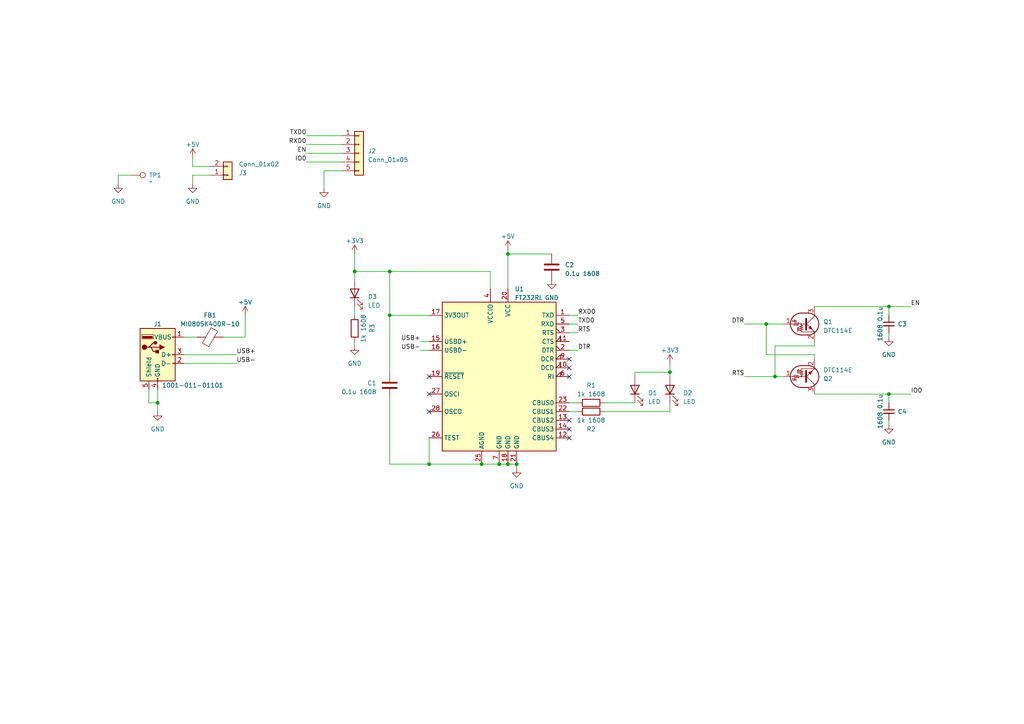
<source format=kicad_sch>
(kicad_sch (version 20230121) (generator eeschema)
  (paper "A4")
  (lib_symbols
    (symbol "Connector:TestPoint" (pin_numbers hide) (pin_names (offset 0.762) hide)
      (property "Reference" "TP" (at 0 6.858 0))
      (property "Value" "TestPoint" (at 0 5.08 0))
      (symbol "TestPoint_0_1"
        (circle (center 0 3.302) (radius 0.762))
      )
      (symbol "TestPoint_1_1"
        (pin passive line (at 0 0 90) (length 2.54) (name "1") (number "1"))
      )
    )
    (symbol "Connector:USB_A" (pin_names (offset 1.016))
      (property "Reference" "J" (at -5.08 11.43 0))
      (property "Value" "USB_A" (at -5.08 8.89 0))
      (symbol "USB_A_0_1"
        (rectangle (start -5.08 -7.62) (end 5.08 7.62) (stroke (width 0.254)) (fill (type background)))
        (circle (center -3.81 2.159) (radius 0.635) (stroke (width 0.254)) (fill (type outline)))
        (rectangle (start -1.524 4.826) (end -4.318 5.334) (fill (type outline)))
        (rectangle (start -1.27 4.572) (end -4.572 5.842))
        (circle (center -0.635 3.429) (radius 0.381) (stroke (width 0.254)) (fill (type outline)))
        (rectangle (start -0.127 -7.62) (end 0.127 -6.858))
        (polyline (pts (xy -3.175 2.159) (xy -2.54 2.159) (xy -1.27 3.429) (xy -0.635 3.429)) (stroke (width 0.254)))
        (polyline (pts (xy -2.54 2.159) (xy -1.905 2.159) (xy -1.27 0.889) (xy 0 0.889)) (stroke (width 0.254)))
        (polyline (pts (xy 0.635 2.794) (xy 0.635 1.524) (xy 1.905 2.159) (xy 0.635 2.794)) (stroke (width 0.254)) (fill (type outline)))
        (rectangle (start 0.254 1.27) (end -0.508 0.508) (stroke (width 0.254)) (fill (type outline)))
        (rectangle (start 5.08 -2.667) (end 4.318 -2.413))
        (rectangle (start 5.08 -0.127) (end 4.318 0.127))
        (rectangle (start 5.08 4.953) (end 4.318 5.207))
      )
      (symbol "USB_A_1_1"
        (polyline (pts (xy -1.905 2.159) (xy 0.635 2.159)) (stroke (width 0.254)))
        (pin power_in line (at 7.62 5.08 180) (length 2.54) (name "VBUS") (number "1"))
        (pin bidirectional line (at 7.62 -2.54 180) (length 2.54) (name "D-") (number "2"))
        (pin bidirectional line (at 7.62 0 180) (length 2.54) (name "D+") (number "3"))
        (pin power_in line (at 0 -10.16 90) (length 2.54) (name "GND") (number "4"))
        (pin passive line (at -2.54 -10.16 90) (length 2.54) (name "Shield") (number "5"))
      )
    )
    (symbol "Connector_Generic:Conn_01x02" (pin_names (offset 1.016) hide)
      (property "Reference" "J" (at 0 2.54 0))
      (property "Value" "Conn_01x02" (at 0 -5.08 0))
      (symbol "Conn_01x02_1_1"
        (rectangle (start -1.27 -2.413) (end 0 -2.667) (stroke (width 0.1524)))
        (rectangle (start -1.27 0.127) (end 0 -0.127) (stroke (width 0.1524)))
        (rectangle (start -1.27 1.27) (end 1.27 -3.81) (stroke (width 0.254)) (fill (type background)))
        (pin passive line (at -5.08 0 0) (length 3.81) (name "Pin_1") (number "1"))
        (pin passive line (at -5.08 -2.54 0) (length 3.81) (name "Pin_2") (number "2"))
      )
    )
    (symbol "Connector_Generic:Conn_01x05" (pin_names (offset 1.016) hide)
      (property "Reference" "J" (at 0 7.62 0))
      (property "Value" "Conn_01x05" (at 0 -7.62 0))
      (symbol "Conn_01x05_1_1"
        (rectangle (start -1.27 -4.953) (end 0 -5.207) (stroke (width 0.1524)))
        (rectangle (start -1.27 -2.413) (end 0 -2.667) (stroke (width 0.1524)))
        (rectangle (start -1.27 0.127) (end 0 -0.127) (stroke (width 0.1524)))
        (rectangle (start -1.27 2.667) (end 0 2.413) (stroke (width 0.1524)))
        (rectangle (start -1.27 5.207) (end 0 4.953) (stroke (width 0.1524)))
        (rectangle (start -1.27 6.35) (end 1.27 -6.35) (stroke (width 0.254)) (fill (type background)))
        (pin passive line (at -5.08 5.08 0) (length 3.81) (name "Pin_1") (number "1"))
        (pin passive line (at -5.08 2.54 0) (length 3.81) (name "Pin_2") (number "2"))
        (pin passive line (at -5.08 0 0) (length 3.81) (name "Pin_3") (number "3"))
        (pin passive line (at -5.08 -2.54 0) (length 3.81) (name "Pin_4") (number "4"))
        (pin passive line (at -5.08 -5.08 0) (length 3.81) (name "Pin_5") (number "5"))
      )
    )
    (symbol "Device:C" (pin_numbers hide) (pin_names (offset 0.254))
      (property "Reference" "C" (at 0.635 2.54 0))
      (property "Value" "C" (at 0.635 -2.54 0))
      (symbol "C_0_1"
        (polyline (pts (xy -2.032 -0.762) (xy 2.032 -0.762)) (stroke (width 0.508)))
        (polyline (pts (xy -2.032 0.762) (xy 2.032 0.762)) (stroke (width 0.508)))
      )
      (symbol "C_1_1"
        (pin passive line (at 0 3.81 270) (length 2.794) (name "~") (number "1"))
        (pin passive line (at 0 -3.81 90) (length 2.794) (name "~") (number "2"))
      )
    )
    (symbol "Device:C_Small" (pin_numbers hide) (pin_names (offset 0.254) hide)
      (property "Reference" "C" (at 0.254 1.778 0))
      (property "Value" "C_Small" (at 0.254 -2.032 0))
      (symbol "C_Small_0_1"
        (polyline (pts (xy -1.524 -0.508) (xy 1.524 -0.508)) (stroke (width 0.3302)))
        (polyline (pts (xy -1.524 0.508) (xy 1.524 0.508)) (stroke (width 0.3048)))
      )
      (symbol "C_Small_1_1"
        (pin passive line (at 0 2.54 270) (length 2.032) (name "~") (number "1"))
        (pin passive line (at 0 -2.54 90) (length 2.032) (name "~") (number "2"))
      )
    )
    (symbol "Device:FerriteBead" (pin_numbers hide) (pin_names (offset 0))
      (property "Reference" "FB" (at -3.81 0.635 90))
      (property "Value" "FerriteBead" (at 3.81 0 90))
      (symbol "FerriteBead_0_1"
        (polyline (pts (xy 0 -1.27) (xy 0 -1.2192)))
        (polyline (pts (xy 0 1.27) (xy 0 1.2954)))
        (polyline (pts (xy -2.7686 0.4064) (xy -1.7018 2.2606) (xy 2.7686 -0.3048) (xy 1.6764 -2.159) (xy -2.7686 0.4064)))
      )
      (symbol "FerriteBead_1_1"
        (pin passive line (at 0 3.81 270) (length 2.54) (name "~") (number "1"))
        (pin passive line (at 0 -3.81 90) (length 2.54) (name "~") (number "2"))
      )
    )
    (symbol "Device:LED" (pin_numbers hide) (pin_names (offset 1.016) hide)
      (property "Reference" "D" (at 0 2.54 0))
      (property "Value" "LED" (at 0 -2.54 0))
      (symbol "LED_0_1"
        (polyline (pts (xy -1.27 -1.27) (xy -1.27 1.27)) (stroke (width 0.254)))
        (polyline (pts (xy -1.27 0) (xy 1.27 0)))
        (polyline (pts (xy 1.27 -1.27) (xy 1.27 1.27) (xy -1.27 0) (xy 1.27 -1.27)) (stroke (width 0.254)))
        (polyline (pts (xy -3.048 -0.762) (xy -4.572 -2.286) (xy -3.81 -2.286) (xy -4.572 -2.286) (xy -4.572 -1.524)))
        (polyline (pts (xy -1.778 -0.762) (xy -3.302 -2.286) (xy -2.54 -2.286) (xy -3.302 -2.286) (xy -3.302 -1.524)))
      )
      (symbol "LED_1_1"
        (pin passive line (at -3.81 0 0) (length 2.54) (name "K") (number "1"))
        (pin passive line (at 3.81 0 180) (length 2.54) (name "A") (number "2"))
      )
    )
    (symbol "Device:R" (pin_numbers hide) (pin_names (offset 0))
      (property "Reference" "R" (at 2.032 0 90))
      (property "Value" "R" (at 0 0 90))
      (symbol "R_0_1"
        (rectangle (start -1.016 -2.54) (end 1.016 2.54) (stroke (width 0.254)))
      )
      (symbol "R_1_1"
        (pin passive line (at 0 3.81 270) (length 1.27) (name "~") (number "1"))
        (pin passive line (at 0 -3.81 90) (length 1.27) (name "~") (number "2"))
      )
    )
    (symbol "Interface_USB:FT232RL"
      (property "Reference" "U" (at -16.51 22.86 0))
      (property "Value" "FT232RL" (at 10.16 22.86 0))
      (symbol "FT232RL_0_1"
        (rectangle (start -16.51 21.59) (end 16.51 -21.59) (stroke (width 0.254)) (fill (type background)))
      )
      (symbol "FT232RL_1_1"
        (pin output line (at 20.32 17.78 180) (length 3.81) (name "TXD") (number "1"))
        (pin input input_low (at 20.32 2.54 180) (length 3.81) (name "DCD") (number "10"))
        (pin input input_low (at 20.32 10.16 180) (length 3.81) (name "CTS") (number "11"))
        (pin bidirectional line (at 20.32 -17.78 180) (length 3.81) (name "CBUS4") (number "12"))
        (pin bidirectional line (at 20.32 -12.7 180) (length 3.81) (name "CBUS2") (number "13"))
        (pin bidirectional line (at 20.32 -15.24 180) (length 3.81) (name "CBUS3") (number "14"))
        (pin bidirectional line (at -20.32 10.16 0) (length 3.81) (name "USBD+") (number "15"))
        (pin bidirectional line (at -20.32 7.62 0) (length 3.81) (name "USBD-") (number "16"))
        (pin power_out line (at -20.32 17.78 0) (length 3.81) (name "3V3OUT") (number "17"))
        (pin power_in line (at 2.54 -25.4 90) (length 3.81) (name "GND") (number "18"))
        (pin input line (at -20.32 0 0) (length 3.81) (name "~{RESET}") (number "19"))
        (pin output output_low (at 20.32 7.62 180) (length 3.81) (name "DTR") (number "2"))
        (pin power_in line (at 2.54 25.4 270) (length 3.81) (name "VCC") (number "20"))
        (pin power_in line (at 5.08 -25.4 90) (length 3.81) (name "GND") (number "21"))
        (pin bidirectional line (at 20.32 -10.16 180) (length 3.81) (name "CBUS1") (number "22"))
        (pin bidirectional line (at 20.32 -7.62 180) (length 3.81) (name "CBUS0") (number "23"))
        (pin power_in line (at -5.08 -25.4 90) (length 3.81) (name "AGND") (number "25"))
        (pin input line (at -20.32 -17.78 0) (length 3.81) (name "TEST") (number "26"))
        (pin input line (at -20.32 -5.08 0) (length 3.81) (name "OSCI") (number "27"))
        (pin output line (at -20.32 -10.16 0) (length 3.81) (name "OSCO") (number "28"))
        (pin output output_low (at 20.32 12.7 180) (length 3.81) (name "RTS") (number "3"))
        (pin power_in line (at -2.54 25.4 270) (length 3.81) (name "VCCIO") (number "4"))
        (pin input line (at 20.32 15.24 180) (length 3.81) (name "RXD") (number "5"))
        (pin input input_low (at 20.32 0 180) (length 3.81) (name "RI") (number "6"))
        (pin power_in line (at 0 -25.4 90) (length 3.81) (name "GND") (number "7"))
        (pin input input_low (at 20.32 5.08 180) (length 3.81) (name "DCR") (number "9"))
      )
    )
    (symbol "Transistor_BJT:DTC114E" (pin_names (offset 0) hide)
      (property "Reference" "Q" (at 5.08 1.905 0))
      (property "Value" "DTC114E" (at 5.08 0 0))
      (symbol "DTC114E_0_0"
        (text "10k" (at -3.302 0.889 0) (effects (font (size 0.508 0.508))))
        (text "10k" (at -2.159 -1.524 900) (effects (font (size 0.508 0.508))))
      )
      (symbol "DTC114E_0_1"
        (circle (center -1.27 0) (radius 0.127))
        (arc (start -1.27 3.175) (mid -4.4312 0) (end -1.27 -3.175) (stroke (width 0.254)))
        (polyline (pts (xy -3.429 0) (xy -3.81 0)))
        (polyline (pts (xy -1.27 -3.175) (xy 0.635 -3.175)) (stroke (width 0.254)))
        (polyline (pts (xy -1.27 3.175) (xy 0.635 3.175)) (stroke (width 0.254)))
        (polyline (pts (xy 0 -0.254) (xy 2.54 2.286)))
        (polyline (pts (xy 0.127 1.524) (xy 0.127 -1.651)) (stroke (width 0.508)) (fill (type outline)))
        (polyline (pts (xy 2.54 2.286) (xy 2.54 2.54)))
        (polyline (pts (xy 2.54 -2.286) (xy 0 0.254) (xy 0 0.254)))
        (polyline (pts (xy 0.889 -1.143) (xy 1.397 -0.635) (xy 1.905 -1.651) (xy 0.889 -1.143)) (fill (type outline)))
        (polyline (pts (xy 0 0) (xy -1.905 0) (xy -2.032 0.508) (xy -2.286 -0.508) (xy -2.54 0.508) (xy -2.794 -0.508) (xy -3.048 0.508) (xy -3.302 -0.508) (xy -3.429 0)))
        (polyline (pts (xy -1.27 0) (xy -1.27 -0.381) (xy -0.762 -0.508) (xy -1.778 -0.762) (xy -0.762 -1.016) (xy -1.778 -1.27) (xy -0.762 -1.524) (xy -1.778 -1.778) (xy -1.27 -1.905) (xy -1.27 -2.286) (xy 2.54 -2.286)))
        (arc (start 0.635 -3.175) (mid 3.7962 0) (end 0.635 3.175) (stroke (width 0.254)))
        (circle (center 2.54 -2.286) (radius 0.127))
      )
      (symbol "DTC114E_1_1"
        (pin input line (at -6.35 0 0) (length 2.54) (name "B") (number "1"))
        (pin passive line (at 2.54 -5.08 90) (length 2.54) (name "E") (number "2"))
        (pin passive line (at 2.54 5.08 270) (length 2.54) (name "C") (number "3"))
      )
    )
    (symbol "power:+3V3" (power) (pin_names (offset 0))
      (property "Value" "+3V3" (at 0 3.556 0))
      (symbol "+3V3_0_1"
        (polyline (pts (xy -0.762 1.27) (xy 0 2.54)))
        (polyline (pts (xy 0 0) (xy 0 2.54)))
        (polyline (pts (xy 0 2.54) (xy 0.762 1.27)))
      )
      (symbol "+3V3_1_1"
        (pin power_in line (at 0 0 90) (length 0) hide (name "+3V3") (number "1"))
      )
    )
    (symbol "power:+5V" (power) (pin_names (offset 0))
      (property "Value" "+5V" (at 0 3.556 0))
      (symbol "+5V_0_1"
        (polyline (pts (xy -0.762 1.27) (xy 0 2.54)))
        (polyline (pts (xy 0 0) (xy 0 2.54)))
        (polyline (pts (xy 0 2.54) (xy 0.762 1.27)))
      )
      (symbol "+5V_1_1"
        (pin power_in line (at 0 0 90) (length 0) hide (name "+5V") (number "1"))
      )
    )
    (symbol "power:GND" (power) (pin_names (offset 0))
      (property "Value" "GND" (at 0 -3.81 0))
      (symbol "GND_0_1"
        (polyline (pts (xy 0 0) (xy 0 -1.27) (xy 1.27 -1.27) (xy 0 -2.54) (xy -1.27 -1.27) (xy 0 -1.27)))
      )
      (symbol "GND_1_1"
        (pin power_in line (at 0 0 270) (length 0) hide (name "GND") (number "1"))
      )
    )
  )
  (junction (at 113.03 78.74))
  (junction (at 147.32 134.62))
  (junction (at 149.86 134.62))
  (junction (at 102.87 78.74))
  (junction (at 147.32 73.66))
  (junction (at 224.79 109.22))
  (junction (at 194.31 107.95))
  (junction (at 124.46 134.62))
  (junction (at 144.78 134.62))
  (junction (at 222.25 93.98))
  (junction (at 257.81 88.9))
  (junction (at 113.03 91.44))
  (junction (at 139.7 134.62))
  (junction (at 257.81 114.3))
  (junction (at 45.72 116.84))
  (no_connect (at 165.1 124.46))
  (no_connect (at 165.1 127))
  (no_connect (at 165.1 121.92))
  (no_connect (at 165.1 106.68))
  (no_connect (at 165.1 109.22))
  (no_connect (at 165.1 104.14))
  (no_connect (at 124.46 114.3))
  (no_connect (at 124.46 109.22))
  (no_connect (at 124.46 119.38))
  (wire (pts (xy 43.18 113.03) (xy 43.18 116.84)))
  (wire (pts (xy 147.32 134.62) (xy 149.86 134.62)))
  (wire (pts (xy 121.92 101.6) (xy 124.46 101.6)))
  (wire (pts (xy 45.72 113.03) (xy 45.72 116.84)))
  (wire (pts (xy 257.81 114.3) (xy 264.16 114.3)))
  (wire (pts (xy 224.79 100.33) (xy 236.22 100.33)))
  (wire (pts (xy 142.24 78.74) (xy 113.03 78.74)))
  (wire (pts (xy 102.87 81.28) (xy 102.87 78.74)))
  (wire (pts (xy 88.9 41.91) (xy 99.06 41.91)))
  (wire (pts (xy 124.46 127) (xy 124.46 134.62)))
  (wire (pts (xy 165.1 101.6) (xy 167.64 101.6)))
  (wire (pts (xy 147.32 73.66) (xy 147.32 83.82)))
  (wire (pts (xy 71.12 91.44) (xy 71.12 97.79)))
  (wire (pts (xy 222.25 93.98) (xy 227.33 93.98)))
  (wire (pts (xy 165.1 93.98) (xy 167.64 93.98)))
  (wire (pts (xy 102.87 73.66) (xy 102.87 78.74)))
  (wire (pts (xy 165.1 119.38) (xy 167.64 119.38)))
  (wire (pts (xy 55.88 45.72) (xy 55.88 48.26)))
  (wire (pts (xy 236.22 104.14) (xy 236.22 102.87)))
  (wire (pts (xy 53.34 105.41) (xy 68.58 105.41)))
  (wire (pts (xy 142.24 83.82) (xy 142.24 78.74)))
  (wire (pts (xy 194.31 119.38) (xy 194.31 116.84)))
  (wire (pts (xy 257.81 121.92) (xy 257.81 123.19)))
  (wire (pts (xy 215.9 109.22) (xy 224.79 109.22)))
  (wire (pts (xy 93.98 54.61) (xy 93.98 49.53)))
  (wire (pts (xy 165.1 116.84) (xy 167.64 116.84)))
  (wire (pts (xy 165.1 96.52) (xy 167.64 96.52)))
  (wire (pts (xy 53.34 102.87) (xy 68.58 102.87)))
  (wire (pts (xy 45.72 116.84) (xy 43.18 116.84)))
  (wire (pts (xy 149.86 135.89) (xy 149.86 134.62)))
  (wire (pts (xy 144.78 134.62) (xy 147.32 134.62)))
  (wire (pts (xy 71.12 97.79) (xy 64.77 97.79)))
  (wire (pts (xy 55.88 48.26) (xy 60.96 48.26)))
  (wire (pts (xy 102.87 88.9) (xy 102.87 91.44)))
  (wire (pts (xy 184.15 107.95) (xy 184.15 109.22)))
  (wire (pts (xy 113.03 78.74) (xy 113.03 91.44)))
  (wire (pts (xy 175.26 116.84) (xy 184.15 116.84)))
  (wire (pts (xy 34.29 50.8) (xy 38.1 50.8)))
  (wire (pts (xy 124.46 134.62) (xy 139.7 134.62)))
  (wire (pts (xy 55.88 50.8) (xy 60.96 50.8)))
  (wire (pts (xy 236.22 88.9) (xy 257.81 88.9)))
  (wire (pts (xy 194.31 107.95) (xy 194.31 109.22)))
  (wire (pts (xy 236.22 102.87) (xy 222.25 102.87)))
  (wire (pts (xy 257.81 88.9) (xy 264.16 88.9)))
  (wire (pts (xy 147.32 72.39) (xy 147.32 73.66)))
  (wire (pts (xy 113.03 115.57) (xy 113.03 134.62)))
  (wire (pts (xy 45.72 116.84) (xy 45.72 119.38)))
  (wire (pts (xy 257.81 96.52) (xy 257.81 97.79)))
  (wire (pts (xy 194.31 107.95) (xy 184.15 107.95)))
  (wire (pts (xy 55.88 53.34) (xy 55.88 50.8)))
  (wire (pts (xy 215.9 93.98) (xy 222.25 93.98)))
  (wire (pts (xy 222.25 102.87) (xy 222.25 93.98)))
  (wire (pts (xy 34.29 53.34) (xy 34.29 50.8)))
  (wire (pts (xy 102.87 99.06) (xy 102.87 100.33)))
  (wire (pts (xy 147.32 73.66) (xy 160.02 73.66)))
  (wire (pts (xy 88.9 39.37) (xy 99.06 39.37)))
  (wire (pts (xy 53.34 97.79) (xy 57.15 97.79)))
  (wire (pts (xy 93.98 49.53) (xy 99.06 49.53)))
  (wire (pts (xy 88.9 46.99) (xy 99.06 46.99)))
  (wire (pts (xy 224.79 109.22) (xy 224.79 100.33)))
  (wire (pts (xy 227.33 109.22) (xy 224.79 109.22)))
  (wire (pts (xy 102.87 78.74) (xy 113.03 78.74)))
  (wire (pts (xy 194.31 105.41) (xy 194.31 107.95)))
  (wire (pts (xy 88.9 44.45) (xy 99.06 44.45)))
  (wire (pts (xy 175.26 119.38) (xy 194.31 119.38)))
  (wire (pts (xy 257.81 88.9) (xy 257.81 91.44)))
  (wire (pts (xy 113.03 91.44) (xy 124.46 91.44)))
  (wire (pts (xy 113.03 134.62) (xy 124.46 134.62)))
  (wire (pts (xy 165.1 91.44) (xy 167.64 91.44)))
  (wire (pts (xy 257.81 114.3) (xy 257.81 116.84)))
  (wire (pts (xy 113.03 107.95) (xy 113.03 91.44)))
  (wire (pts (xy 236.22 100.33) (xy 236.22 99.06)))
  (wire (pts (xy 236.22 114.3) (xy 257.81 114.3)))
  (wire (pts (xy 121.92 99.06) (xy 124.46 99.06)))
  (wire (pts (xy 139.7 134.62) (xy 144.78 134.62)))
  (label "IO0" (at 88.9 46.99 180))
  (label "IO0" (at 264.16 114.3 0))
  (label "TXD0" (at 88.9 39.37 180))
  (label "EN" (at 88.9 44.45 180))
  (label "USB-" (at 68.58 105.41 0))
  (label "RTS" (at 167.64 96.52 0))
  (label "RTS" (at 215.9 109.22 180))
  (label "DTR" (at 167.64 101.6 0))
  (label "DTR" (at 215.9 93.98 180))
  (label "USB+" (at 68.58 102.87 0))
  (label "RXD0" (at 88.9 41.91 180))
  (label "USB-" (at 121.92 101.6 180))
  (label "RXD0" (at 167.64 91.44 0))
  (label "USB+" (at 121.92 99.06 180))
  (label "TXD0" (at 167.64 93.98 0))
  (label "EN" (at 264.16 88.9 0))
  (symbol (lib_id "Interface_USB:FT232RL") (at 144.78 109.22 0) (unit 1)
    (property "Reference" "U1" (at 149.2759 83.82 0) (effects (justify left)))
    (property "Value" "FT232RL" (at 149.2759 86.36 0) (effects (justify left)))
    (property "Footprint" "Package_SO:SSOP-28_5.3x10.2mm_P0.65mm" (effects hide))
    (property "Datasheet" "https://www.ftdichip.com/Support/Documents/DataSheets/ICs/DS_FT232R.pdf" (effects hide))
  )
  (symbol (lib_id "Transistor_BJT:DTC114E") (at 233.68 93.98 0) (unit 1)
    (property "Reference" "Q1" (at 238.76 93.345 0) (effects (justify left)))
    (property "Value" "DTC114E" (at 238.76 95.885 0) (effects (justify left)))
    (property "Footprint" "Package_TO_SOT_SMD:SOT-723" (effects hide))
  )
  (symbol (lib_id "power:GND") (at 149.86 135.89 0) (unit 1)
    (property "Reference" "#PWR08" (effects hide))
    (property "Value" "GND" (at 149.86 140.97 0))
  )
  (symbol (lib_id "power:+5V") (at 55.88 45.72 0) (unit 1)
    (property "Reference" "#PWR014" (effects hide))
    (property "Value" "+5V" (at 55.88 41.91 0))
  )
  (symbol (lib_id "Device:R") (at 102.87 95.25 0) (mirror y) (unit 1)
    (property "Reference" "R3" (at 107.95 95.25 90))
    (property "Value" "1k 1608" (at 105.41 95.25 90))
    (property "Footprint" "Resistor_SMD:R_0603_1608Metric" (effects hide))
  )
  (symbol (lib_id "Device:C_Small") (at 257.81 93.98 0) (unit 1)
    (property "Reference" "C3" (at 260.35 93.98 0) (effects (justify left)))
    (property "Value" "1608 0.1u" (at 255.27 99.06 90) (effects (justify left)))
    (property "Footprint" "Capacitor_SMD:C_0603_1608Metric" (effects hide))
  )
  (symbol (lib_id "power:GND") (at 34.29 53.34 0) (unit 1)
    (property "Reference" "#PWR015" (effects hide))
    (property "Value" "GND" (at 34.29 58.42 0))
  )
  (symbol (lib_id "Device:LED") (at 102.87 85.09 90) (unit 1)
    (property "Reference" "D3" (at 106.68 86.0425 90) (effects (justify right)))
    (property "Value" "LED" (at 106.68 88.5825 90) (effects (justify right)))
    (property "Footprint" "LED_SMD:LED_0603_1608Metric" (effects hide))
  )
  (symbol (lib_id "Transistor_BJT:DTC114E") (at 233.68 109.22 0) (mirror x) (unit 1)
    (property "Reference" "Q2" (at 238.76 109.855 0) (effects (justify left)))
    (property "Value" "DTC114E" (at 238.76 107.315 0) (effects (justify left)))
    (property "Footprint" "Package_TO_SOT_SMD:SOT-723" (effects hide))
  )
  (symbol (lib_id "Connector:TestPoint") (at 38.1 50.8 270) (unit 1)
    (property "Reference" "TP1" (at 43.18 50.8 90) (effects (justify left)))
    (property "Value" "~" (at 43.18 52.705 90) (effects (justify left)))
    (property "Footprint" "TestPoint:TestPoint_Loop_D2.50mm_Drill1.0mm" (effects hide))
  )
  (symbol (lib_id "Device:C_Small") (at 257.81 119.38 0) (unit 1)
    (property "Reference" "C4" (at 260.35 119.38 0) (effects (justify left)))
    (property "Value" "1608 0.1u" (at 255.27 124.46 90) (effects (justify left)))
    (property "Footprint" "Capacitor_SMD:C_0603_1608Metric" (effects hide))
  )
  (symbol (lib_id "Device:C") (at 160.02 77.47 0) (unit 1)
    (property "Reference" "C2" (at 163.83 76.835 0) (effects (justify left)))
    (property "Value" "0.1u 1608" (at 163.83 79.375 0) (effects (justify left)))
    (property "Footprint" "Capacitor_SMD:C_0603_1608Metric" (effects hide))
  )
  (symbol (lib_id "power:GND") (at 45.72 119.38 0) (unit 1)
    (property "Reference" "#PWR03" (effects hide))
    (property "Value" "GND" (at 45.72 124.46 0))
  )
  (symbol (lib_id "power:GND") (at 257.81 97.79 0) (unit 1)
    (property "Reference" "#PWR09" (effects hide))
    (property "Value" "GND" (at 257.81 102.87 0))
  )
  (symbol (lib_id "power:+5V") (at 147.32 72.39 0) (unit 1)
    (property "Reference" "#PWR04" (effects hide))
    (property "Value" "+5V" (at 147.32 68.58 0))
  )
  (symbol (lib_id "Device:R") (at 171.45 119.38 270) (mirror x) (unit 1)
    (property "Reference" "R2" (at 171.45 124.46 90))
    (property "Value" "1k 1608" (at 171.45 121.92 90))
    (property "Footprint" "Resistor_SMD:R_0603_1608Metric" (effects hide))
  )
  (symbol (lib_id "Device:LED") (at 194.31 113.03 90) (unit 1)
    (property "Reference" "D2" (at 198.12 113.9825 90) (effects (justify right)))
    (property "Value" "LED" (at 198.12 116.5225 90) (effects (justify right)))
    (property "Footprint" "LED_SMD:LED_0603_1608Metric" (effects hide))
  )
  (symbol (lib_id "Connector_Generic:Conn_01x02") (at 66.04 50.8 0) (mirror x) (unit 1)
    (property "Reference" "J3" (at 69.215 50.165 0) (effects (justify left)))
    (property "Value" "Conn_01x02" (at 69.215 47.625 0) (effects (justify left)))
    (property "Footprint" "Connector_PinHeader_2.54mm:PinHeader_1x02_P2.54mm_Vertical" (effects hide))
    (property "Datasheet" "~" (at 66.04 50.8 0))
  )
  (symbol (lib_id "Device:LED") (at 184.15 113.03 90) (unit 1)
    (property "Reference" "D1" (at 187.96 113.9825 90) (effects (justify right)))
    (property "Value" "LED" (at 187.96 116.5225 90) (effects (justify right)))
    (property "Footprint" "LED_SMD:LED_0603_1608Metric" (effects hide))
  )
  (symbol (lib_id "power:GND") (at 160.02 81.28 0) (unit 1)
    (property "Reference" "#PWR05" (effects hide))
    (property "Value" "GND" (at 160.02 86.36 0))
  )
  (symbol (lib_id "Device:R") (at 171.45 116.84 270) (unit 1)
    (property "Reference" "R1" (at 171.45 111.76 90))
    (property "Value" "1k 1608" (at 171.45 114.3 90))
    (property "Footprint" "Resistor_SMD:R_0603_1608Metric" (effects hide))
  )
  (symbol (lib_id "Device:FerriteBead") (at 60.96 97.79 90) (unit 1)
    (property "Reference" "FB1" (at 60.9092 91.44 90))
    (property "Value" "MI0805K400R-10" (at 60.9092 93.98 90))
    (property "Footprint" "Capacitor_SMD:C_0805_2012Metric" (effects hide))
  )
  (symbol (lib_id "power:+3V3") (at 194.31 105.41 0) (unit 1)
    (property "Reference" "#PWR06" (effects hide))
    (property "Value" "+3V3" (at 194.31 101.6 0))
  )
  (symbol (lib_id "power:GND") (at 55.88 53.34 0) (unit 1)
    (property "Reference" "#PWR013" (effects hide))
    (property "Value" "GND" (at 55.88 58.42 0))
  )
  (symbol (lib_id "Device:C") (at 113.03 111.76 0) (mirror y) (unit 1)
    (property "Reference" "C1" (at 109.22 111.125 0) (effects (justify left)))
    (property "Value" "0.1u 1608" (at 109.22 113.665 0) (effects (justify left)))
    (property "Footprint" "Capacitor_SMD:C_0603_1608Metric" (effects hide))
  )
  (symbol (lib_id "Connector:USB_A") (at 45.72 102.87 0) (unit 1)
    (property "Reference" "J1" (at 45.72 93.98 0))
    (property "Value" "1001-011-01101" (at 55.88 111.76 0))
    (property "Footprint" "Connector_USB:USB_A_CNCTech_1001-011-01101_Horizontal" (effects hide))
    (property "Datasheet" " ~" (effects hide))
  )
  (symbol (lib_id "power:GND") (at 257.81 123.19 0) (unit 1)
    (property "Reference" "#PWR011" (effects hide))
    (property "Value" "GND" (at 257.81 128.27 0))
  )
  (symbol (lib_id "power:+3V3") (at 102.87 73.66 0) (unit 1)
    (property "Reference" "#PWR01" (effects hide))
    (property "Value" "+3V3" (at 102.87 69.85 0))
  )
  (symbol (lib_id "Connector_Generic:Conn_01x05") (at 104.14 44.45 0) (unit 1)
    (property "Reference" "J2" (at 106.68 43.815 0) (effects (justify left)))
    (property "Value" "Conn_01x05" (at 106.68 46.355 0) (effects (justify left)))
    (property "Footprint" "Connector_PinHeader_2.00mm:PinHeader_1x05_P2.00mm_Vertical" (effects hide))
  )
  (symbol (lib_id "power:GND") (at 93.98 54.61 0) (unit 1)
    (property "Reference" "#PWR012" (effects hide))
    (property "Value" "GND" (at 93.98 59.69 0))
  )
  (symbol (lib_id "power:+5V") (at 71.12 91.44 0) (unit 1)
    (property "Reference" "#PWR02" (effects hide))
    (property "Value" "+5V" (at 71.12 87.63 0))
  )
  (symbol (lib_id "power:GND") (at 102.87 100.33 0) (unit 1)
    (property "Reference" "#PWR07" (effects hide))
    (property "Value" "GND" (at 102.87 105.41 0))
  )
)
</source>
